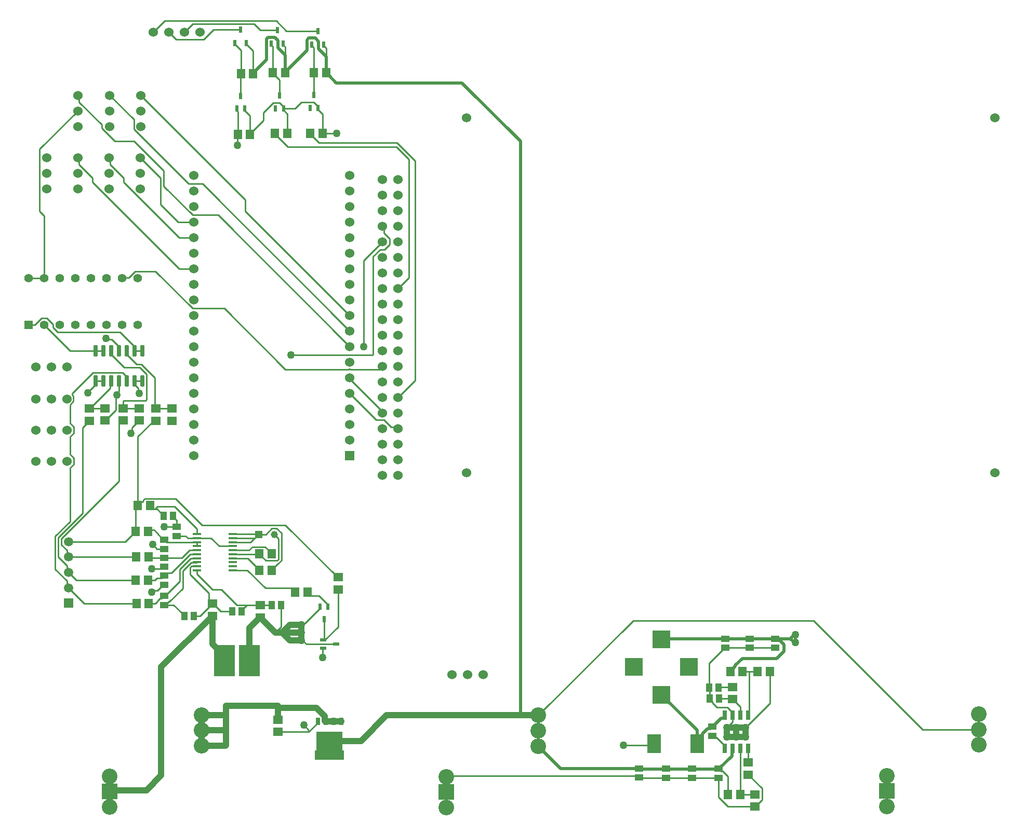
<source format=gtl>
G04*
G04 #@! TF.GenerationSoftware,Altium Limited,Altium Designer,22.10.1 (41)*
G04*
G04 Layer_Physical_Order=1*
G04 Layer_Color=255*
%FSLAX44Y44*%
%MOMM*%
G71*
G04*
G04 #@! TF.SameCoordinates,AEC8B882-0F2C-4FBA-8872-4E3C41141EBA*
G04*
G04*
G04 #@! TF.FilePolarity,Positive*
G04*
G01*
G75*
%ADD13C,0.2540*%
%ADD14R,0.6000X1.0500*%
%ADD15R,0.5000X1.0500*%
%ADD16R,1.4000X1.5000*%
%ADD17R,1.5000X1.4000*%
%ADD18R,4.2000X3.1000*%
%ADD19R,4.7000X1.5000*%
%ADD20R,0.7000X1.1500*%
%ADD21R,1.0500X0.5000*%
%ADD22R,1.4000X1.1000*%
%ADD23R,2.2000X3.1000*%
%ADD24R,3.0000X3.0000*%
%ADD25R,3.0000X3.0000*%
%ADD26R,3.5000X5.1000*%
G04:AMPARAMS|DCode=27|XSize=1.9mm|YSize=0.6mm|CornerRadius=0.075mm|HoleSize=0mm|Usage=FLASHONLY|Rotation=270.000|XOffset=0mm|YOffset=0mm|HoleType=Round|Shape=RoundedRectangle|*
%AMROUNDEDRECTD27*
21,1,1.9000,0.4500,0,0,270.0*
21,1,1.7500,0.6000,0,0,270.0*
1,1,0.1500,-0.2250,-0.8750*
1,1,0.1500,-0.2250,0.8750*
1,1,0.1500,0.2250,0.8750*
1,1,0.1500,0.2250,-0.8750*
%
%ADD27ROUNDEDRECTD27*%
%ADD28R,0.6500X1.5250*%
%ADD29R,1.1000X1.4000*%
%ADD30R,1.4750X0.4500*%
%ADD57R,1.1500X1.1500*%
%ADD58C,1.1500*%
%ADD60C,0.2540*%
%ADD61C,0.5080*%
%ADD62C,1.0000*%
%ADD63C,0.5000*%
%ADD64C,1.5240*%
%ADD65R,1.5300X1.5300*%
%ADD66C,1.5300*%
%ADD67C,2.5500*%
%ADD68R,2.5500X2.5500*%
%ADD69R,1.4000X1.4000*%
%ADD70C,1.4000*%
%ADD71C,1.5080*%
%ADD72R,1.5080X1.5080*%
%ADD73C,1.2700*%
D13*
X798001Y1026160D02*
G03*
X799659Y1026160I829J11430D01*
G01*
X343841Y968185D02*
G03*
X346749Y985035I-6021J9715D01*
G01*
X821690Y1062990D02*
Y1203960D01*
X852170Y1234440D01*
X835540Y1049118D02*
X837028Y1050606D01*
Y1210062D02*
X848706Y1221740D01*
X702993Y1049118D02*
X835540D01*
X837028Y1050606D02*
Y1210062D01*
X542563Y1277650D02*
X584170D01*
X798830Y1062990D01*
X848706Y1221740D02*
X855634D01*
X863600Y1229706D01*
Y1239174D01*
X854364Y1248410D02*
X863600Y1239174D01*
X852170Y1259840D02*
X854364Y1257645D01*
Y1248410D02*
Y1257645D01*
X847090Y1026160D02*
X852170Y1031240D01*
X799659Y1026160D02*
X847090D01*
X693366D02*
X798001D01*
X594276Y1125250D02*
X692622Y1026904D01*
X693366Y1026160D01*
X798830Y986790D02*
X842010Y943610D01*
X875376Y931834D02*
X877570Y929640D01*
X866140Y931834D02*
X875376D01*
X854364Y943610D02*
X866140Y931834D01*
X842010Y943610D02*
X854364D01*
X798830Y1010285D02*
X852170Y956945D01*
X798830Y1010285D02*
Y1012190D01*
X852170Y955040D02*
Y956945D01*
X1292150Y412750D02*
X1294690Y415290D01*
X1244600Y412750D02*
X1292150D01*
X293370Y1385570D02*
X355600Y1447800D01*
X293370Y1283802D02*
Y1385570D01*
Y1283802D02*
X300990Y1276182D01*
Y1174750D02*
Y1276182D01*
X275590Y1174750D02*
X300990D01*
X457200Y1371600D02*
X490220Y1338580D01*
X495300Y1324913D02*
X542563Y1277650D01*
X447071Y1397894D02*
X495300Y1349664D01*
X490220Y1295400D02*
Y1338580D01*
X416012Y1397894D02*
X447071D01*
X394453Y1419453D02*
X416012Y1397894D01*
X355600Y1473200D02*
X357794Y1471006D01*
Y1461770D02*
Y1471006D01*
Y1461770D02*
X394453Y1425112D01*
Y1419453D02*
Y1425112D01*
X495300Y1324913D02*
Y1349664D01*
X542563Y1125250D02*
X594276D01*
X447040Y1417666D02*
Y1433830D01*
Y1417666D02*
X536255Y1328450D01*
X558770D01*
X798830Y1088390D01*
X407670Y1473200D02*
X447040Y1433830D01*
X490220Y1295400D02*
X519430Y1266190D01*
X628644Y1283976D02*
X798830Y1113790D01*
X458470Y1473200D02*
X628644Y1303026D01*
Y1283976D02*
Y1303026D01*
X519430Y1266190D02*
X544830D01*
X521045Y1240790D02*
X544830D01*
X430648Y1331188D02*
X521045Y1240790D01*
X430648Y1331188D02*
Y1338117D01*
X408595Y1360170D02*
Y1369406D01*
Y1360170D02*
X430648Y1338117D01*
X406400Y1371600D02*
X408595Y1369406D01*
X521045Y1189990D02*
X544830D01*
X379848Y1331188D02*
Y1338117D01*
Y1331188D02*
X521045Y1189990D01*
X357794Y1360170D02*
X379848Y1338117D01*
X357794Y1360170D02*
Y1369406D01*
X355600Y1371600D02*
X357794Y1369406D01*
X895350Y1176020D02*
Y1369060D01*
X877570Y1158240D02*
X895350Y1176020D01*
X875030Y1389380D02*
X895350Y1369060D01*
X905510Y1008380D02*
Y1366084D01*
X877570Y980440D02*
X905510Y1008380D01*
X875864Y1395730D02*
X905510Y1366084D01*
X615950Y1391920D02*
Y1409380D01*
X616270Y1409700D02*
Y1446780D01*
X615950Y1409380D02*
X616270Y1409700D01*
X677070Y1410470D02*
X698160Y1389380D01*
X875030D01*
X749120Y1395730D02*
X875864D01*
X677070Y1410470D02*
Y1410970D01*
X734380Y1410470D02*
X749120Y1395730D01*
X754380Y1410970D02*
Y1442320D01*
X746910Y1449790D02*
X754380Y1442320D01*
X734380Y1410470D02*
Y1410970D01*
X448912Y1185560D02*
X482253D01*
X438800Y1175448D02*
X448912Y1185560D01*
X428688Y1175448D02*
X438800D01*
X427990Y1174750D02*
X428688Y1175448D01*
X482253Y1185560D02*
X542563Y1125250D01*
X403264Y1075016D02*
X411034D01*
X422910Y1056640D02*
Y1063140D01*
X411034Y1075016D02*
X422910Y1063140D01*
X401320Y1076960D02*
X403264Y1075016D01*
X315580Y1094072D02*
X322532Y1087120D01*
X424330D02*
X448310Y1063140D01*
X322532Y1087120D02*
X424330D01*
X453986Y988734D02*
X455930Y986790D01*
X315580Y1094072D02*
Y1099248D01*
X305468Y1109360D02*
X315580Y1099248D01*
X275590Y1098550D02*
X285702D01*
X296512Y1109360D01*
X305468D01*
X448310Y1056640D02*
Y1063140D01*
Y1056640D02*
X461010D01*
X458837Y1034346D02*
X481330Y1011853D01*
Y963930D02*
Y1011853D01*
X451404Y1034346D02*
X458837D01*
X342900Y1056640D02*
X384810D01*
X300990Y1098550D02*
X342900Y1056640D01*
X384810D02*
X397510D01*
X410210Y1050140D02*
X431083Y1029267D01*
X435610Y1050140D02*
X451404Y1034346D01*
X431083Y1029267D02*
X456732D01*
X1732210Y438220D02*
X1823860D01*
X496570Y769620D02*
X516650D01*
X516890Y769380D01*
X1554480Y615950D02*
X1732210Y438220D01*
X1260640Y615950D02*
X1554480D01*
X1106170Y461480D02*
X1260640Y615950D01*
X957910Y363220D02*
X1267445D01*
X956170Y361480D02*
X957910Y363220D01*
X641350Y1509260D02*
Y1545650D01*
X693260Y1538976D02*
Y1552160D01*
X760410Y1536596D02*
Y1549780D01*
X740410Y1473540D02*
Y1510030D01*
Y1550780D01*
X754380Y1410970D02*
X777240D01*
X737260Y1553930D02*
Y1556180D01*
X756260Y1553930D02*
Y1556180D01*
X630530Y1556470D02*
Y1558720D01*
X652886Y1579450D02*
X680720D01*
X695628Y1578180D02*
X746760D01*
X611530Y1556470D02*
Y1558720D01*
X621350Y1508760D02*
Y1546650D01*
X621030Y1472270D02*
Y1508440D01*
X621350Y1508760D01*
X611530Y1556470D02*
X621350Y1546650D01*
X642556Y1589780D02*
X652886Y1579450D01*
X543300Y1589780D02*
X642556D01*
X529590Y1576070D02*
X543300Y1589780D01*
X678948Y1594860D02*
X695628Y1578180D01*
X497580Y1594860D02*
X678948D01*
X478790Y1576070D02*
X497580Y1594860D01*
X673260Y1509530D02*
Y1510030D01*
Y1553160D01*
X671220Y1555200D02*
Y1557450D01*
Y1555200D02*
X673260Y1553160D01*
X690220Y1555200D02*
X693260Y1552160D01*
X690220Y1555200D02*
Y1557450D01*
X756260Y1553930D02*
X760410Y1549780D01*
X630530Y1556470D02*
X641350Y1545650D01*
X737260Y1553930D02*
X740410Y1550780D01*
X515620Y1564640D02*
X561138D01*
X504190Y1576070D02*
X515620Y1564640D01*
X577218Y1580720D02*
X621030D01*
X561138Y1564640D02*
X577218Y1580720D01*
X636270Y1410200D02*
X657901Y1431831D01*
X636270Y1409700D02*
Y1410200D01*
X673260Y1509530D02*
X684380Y1498410D01*
X657901Y1431831D02*
Y1444769D01*
X684380Y1472610D02*
Y1498410D01*
X684570Y1460670D02*
X690880Y1454360D01*
X673802Y1460670D02*
X684570D01*
X657901Y1444769D02*
X673802Y1460670D01*
X690880Y1451610D02*
Y1454360D01*
Y1451610D02*
X710054D01*
X690880Y1448860D02*
Y1451610D01*
Y1448860D02*
X697070Y1442670D01*
Y1410970D02*
Y1442670D01*
X614530Y1448520D02*
Y1451270D01*
Y1448520D02*
X616270Y1446780D01*
X627530Y1448520D02*
X636270Y1439780D01*
X627530Y1448520D02*
Y1451270D01*
X636270Y1410200D02*
Y1439780D01*
X710054Y1451610D02*
X720044Y1461600D01*
X740600D01*
X746910Y1455290D01*
Y1452540D02*
Y1455290D01*
Y1449790D02*
Y1452540D01*
X384810Y1007540D02*
X397510D01*
X476250Y662940D02*
X478194Y664884D01*
X485344D01*
X495070Y674610D01*
X496570D01*
X754380Y570420D02*
X755310Y571350D01*
X754380Y556260D02*
Y570420D01*
X731960Y434500D02*
Y437710D01*
X723900Y445770D02*
X731960Y437710D01*
Y434500D02*
X746760Y449300D01*
Y451550D01*
X681990Y434500D02*
X731960D01*
X514976Y815220D02*
X558036Y772160D01*
X462580Y811628D02*
Y812988D01*
X464812Y815220D01*
X558036Y772160D02*
X694030D01*
X464812Y815220D02*
X514976D01*
X461092Y810140D02*
X462580Y811628D01*
X453390Y804410D02*
X459120Y810140D01*
X479120Y797680D02*
X481150D01*
X485745Y802275D01*
X513553D02*
X549740Y766088D01*
X453390Y803910D02*
Y804410D01*
X694030Y772160D02*
X779280Y686910D01*
X459120Y810140D02*
X461092D01*
X481150Y797680D02*
X485260D01*
X485745Y802275D02*
X513553D01*
X453390Y804410D02*
Y916490D01*
Y803910D02*
Y804410D01*
X779280Y686910D02*
X779780D01*
X671680Y766480D02*
X679600D01*
X687400Y758680D01*
Y713988D02*
Y758680D01*
X755690Y584350D02*
X758060D01*
X755310D02*
X755690D01*
X779780Y606070D02*
Y666910D01*
X758060Y584350D02*
X779780Y606070D01*
X720090Y584200D02*
X721758D01*
X728108Y577850D02*
X776310D01*
X721758Y584200D02*
X728108Y577850D01*
X755690Y584350D02*
X756920Y585580D01*
Y618150D01*
X725564Y611544D02*
X750420Y636400D01*
Y639150D01*
X722034Y611544D02*
X725564D01*
X720090Y609600D02*
X722034Y611544D01*
X748610Y656710D02*
X763420Y641900D01*
X729930Y662440D02*
Y662940D01*
Y662440D02*
X735660Y656710D01*
X748610D01*
X763420Y639150D02*
Y641900D01*
X585840Y737460D02*
X608500D01*
X572840Y750460D02*
X585840Y737460D01*
X549740Y750460D02*
X572840D01*
X535308D02*
X549740D01*
X328840Y749391D02*
X423030Y843581D01*
X428760Y942500D02*
X429260D01*
X423030Y936770D02*
X428760Y942500D01*
X423030Y843581D02*
Y936770D01*
X323760Y751496D02*
X363220Y790956D01*
Y930910D01*
X318680Y700149D02*
X337791Y681038D01*
X323760Y720069D02*
X337791Y706038D01*
X328840Y739989D02*
X337791Y731038D01*
Y722089D02*
X340190Y719690D01*
X323760Y720069D02*
Y751496D01*
X342900Y777820D02*
Y865216D01*
X337791Y722089D02*
Y731038D01*
X318680Y753600D02*
X342900Y777820D01*
X318680Y700149D02*
Y753600D01*
X328840Y739989D02*
Y749391D01*
X342900Y887384D02*
Y916015D01*
Y938185D02*
Y967243D01*
X337791Y697089D02*
X340190Y694690D01*
X342900Y916015D02*
X349250Y922365D01*
Y931834D01*
X342900Y887384D02*
X349250Y881034D01*
Y871565D02*
Y881034D01*
X342900Y938185D02*
X349250Y931834D01*
X337791Y697089D02*
Y706038D01*
X342900Y865216D02*
X349250Y871565D01*
X337791Y672089D02*
Y681038D01*
Y672089D02*
X340190Y669690D01*
Y744690D02*
X432930D01*
X449740Y761500D01*
Y762000D01*
X363220Y930910D02*
X374650Y942340D01*
X342900Y967243D02*
X343644Y967987D01*
X346749Y986928D02*
X380671Y1020850D01*
X346749Y985876D02*
X346749Y986928D01*
X346749Y985876D02*
X346749Y985035D01*
X343644Y967987D02*
X343841Y968185D01*
X450450Y719690D02*
X450850Y720090D01*
X340190Y719690D02*
X450450D01*
X352890Y681990D02*
X449900D01*
X340190Y694690D02*
X352890Y681990D01*
X365990Y643890D02*
X451170D01*
X340190Y669690D02*
X365990Y643890D01*
X1444113Y441960D02*
X1483360Y481207D01*
X1443990Y441960D02*
X1444113D01*
X1483360Y481207D02*
Y533400D01*
X1411090Y571740D02*
X1492250D01*
X1409590D02*
X1411090D01*
X1384540Y546690D02*
X1409590Y571740D01*
X1384540Y506730D02*
Y546690D01*
X1410970Y571620D02*
X1411090Y571740D01*
X1451135Y533400D02*
X1463360D01*
X1438910D02*
X1451135D01*
X1449720Y463830D02*
Y531985D01*
X1451135Y533400D01*
X1447800Y461910D02*
X1449720Y463830D01*
X1400570Y488950D02*
X1421450D01*
X1422400Y488000D01*
X1422900D01*
X1435100Y332900D02*
Y407670D01*
X1271255Y359410D02*
X1399540D01*
Y328252D02*
X1415052Y312740D01*
X1399540Y328252D02*
Y359410D01*
X1415052Y312740D02*
X1459230D01*
X1459730D01*
X1470540Y323550D01*
Y342250D01*
X1448300Y364490D02*
X1470540Y342250D01*
X1447800Y364490D02*
X1448300D01*
X1434940Y332740D02*
X1459230D01*
X1406658Y370180D02*
X1414940Y361898D01*
X1399540Y374410D02*
X1403770Y370180D01*
X1414940Y332740D02*
Y361898D01*
X1403770Y370180D02*
X1406658D01*
X1434940Y332740D02*
X1435100Y332900D01*
X1447800Y384490D02*
Y407670D01*
X1422400Y450850D02*
Y461910D01*
X1413510Y441960D02*
X1422400Y450850D01*
X1385570Y488950D02*
Y505700D01*
X1384540Y506730D02*
X1385570Y505700D01*
X1389800Y481832D02*
Y484720D01*
Y481832D02*
X1397313Y474319D01*
X1414367D01*
X1385570Y488950D02*
X1389800Y484720D01*
X1414367Y474319D02*
X1422400Y466285D01*
Y461910D02*
Y466285D01*
X1422900Y488000D02*
X1435100Y475800D01*
Y461910D02*
Y475800D01*
X1400040Y507365D02*
X1421765D01*
X1422400Y508000D01*
X1399540Y506730D02*
Y506865D01*
X1400040Y507365D01*
X686830Y606000D02*
Y641350D01*
X677730Y596900D02*
X686830Y606000D01*
X443904Y923964D02*
Y931134D01*
X441960Y922020D02*
X443904Y923964D01*
X455430Y942660D02*
X455930D01*
X443904Y931134D02*
X455430Y942660D01*
X481330Y962500D02*
X509110D01*
X509270Y962340D01*
X480830Y943930D02*
X481330D01*
X453390Y916490D02*
X480830Y943930D01*
X455770Y962500D02*
X455930Y962660D01*
X429260Y962500D02*
X455770D01*
X417950Y983100D02*
X419100Y984250D01*
X400050Y942500D02*
X400550D01*
X417950Y959900D01*
Y983100D01*
X375150Y962340D02*
X399890D01*
X374650D02*
X375150D01*
X399890D02*
X400050Y962500D01*
X1267445Y363220D02*
X1270635Y360030D01*
X422910Y990809D02*
Y1007540D01*
X419100Y986999D02*
X422910Y990809D01*
X419100Y984250D02*
Y986999D01*
X1396515Y425230D02*
X1409700Y412045D01*
X1392380Y425230D02*
X1396515D01*
X1389380Y428230D02*
X1392380Y425230D01*
X1409700Y407670D02*
Y412045D01*
X1270635Y360030D02*
X1271255Y359410D01*
X511690Y641590D02*
X523980Y629300D01*
X525480D01*
X529710Y625070D01*
X554650Y623570D02*
X574810Y643730D01*
X652780Y641350D02*
X671830D01*
X372110Y988340D02*
X384810Y1001040D01*
Y1007540D01*
X372110Y988060D02*
Y988340D01*
X453986Y988734D02*
Y995364D01*
X448310Y1001040D02*
Y1007540D01*
Y1001040D02*
X453986Y995364D01*
X467820Y976848D02*
Y1018179D01*
X429260Y963770D02*
Y973872D01*
X466332Y975360D02*
X467820Y976848D01*
X429260Y973872D02*
X430748Y975360D01*
X466332D01*
X456732Y1029267D02*
X467820Y1018179D01*
X448310Y1007540D02*
X461010D01*
X380671Y1020850D02*
X428800D01*
X408480Y995670D02*
Y1005810D01*
X375150Y962340D02*
X408480Y995670D01*
Y1005810D02*
X410210Y1007540D01*
X428800Y1020850D02*
X435610Y1014040D01*
Y1007540D02*
Y1014040D01*
X410210Y1050140D02*
Y1056640D01*
X435610Y1050140D02*
Y1056640D01*
X449740Y800260D02*
X453390Y803910D01*
X449740Y762000D02*
Y800260D01*
X484900Y733030D02*
X496570D01*
X477520Y740410D02*
X484900Y733030D01*
X650240Y756920D02*
X662120D01*
X671680Y766480D01*
X682192Y708780D02*
X687400Y713988D01*
X681450Y708780D02*
X682192D01*
X671670Y699000D02*
X681450Y708780D01*
X671670Y698500D02*
Y699000D01*
X682320Y716092D02*
Y750080D01*
X675640Y756760D02*
Y756920D01*
Y756760D02*
X682320Y750080D01*
X662320Y713860D02*
X680088D01*
X682320Y716092D01*
X661112Y669170D02*
X704200D01*
X608500Y698460D02*
X631822D01*
X661112Y669170D01*
X704200D02*
X709930Y663440D01*
Y662940D02*
Y663440D01*
X489810Y793130D02*
X491310D01*
X485260Y797680D02*
X489810Y793130D01*
X491310D02*
X495540Y788900D01*
Y787400D02*
Y788900D01*
X549740Y756960D02*
Y766088D01*
X510540Y785900D02*
Y787400D01*
X516890Y769380D02*
Y779550D01*
X510540Y785900D02*
X516890Y779550D01*
X476250Y701040D02*
X493790D01*
X496570Y703820D01*
X521543Y680063D02*
Y699645D01*
X498070Y656590D02*
X521543Y680063D01*
X608500Y717960D02*
X632710D01*
X651670Y699000D01*
Y698500D02*
Y699000D01*
X651510Y724670D02*
Y725170D01*
Y724670D02*
X662320Y713860D01*
X608500Y730960D02*
X634673D01*
X640192Y736480D01*
X660700D01*
X671510Y725670D01*
Y725170D02*
Y725670D01*
X650800Y724460D02*
X651510Y725170D01*
X608500Y724460D02*
X650800D01*
X643780Y750460D02*
X650240Y756920D01*
X637280Y743960D02*
X643780Y750460D01*
X608500Y743960D02*
X637280D01*
X498070Y641590D02*
X511690D01*
X496570D02*
X498070D01*
X529710Y623570D02*
Y625070D01*
X549300Y711020D02*
X549740Y711460D01*
X540103Y711020D02*
X549300D01*
X526623Y697541D02*
X540103Y711020D01*
X505148Y647280D02*
X526623Y668755D01*
X503760Y647280D02*
X505148D01*
X539418Y717520D02*
X549300D01*
X498070Y641590D02*
X503760Y647280D01*
X521543Y699645D02*
X539418Y717520D01*
X526623Y668755D02*
Y697541D01*
X650200Y756960D02*
X650240Y756920D01*
X608500Y756960D02*
X650200D01*
X608500Y750460D02*
X643780D01*
X473390Y803410D02*
Y803910D01*
Y803410D02*
X479120Y797680D01*
X516890Y754380D02*
X531387D01*
X535308Y750460D01*
X575310Y643730D02*
X575810D01*
X574810D02*
X575310D01*
X544710Y623570D02*
X554650D01*
X630840Y641350D02*
X652780D01*
X614908D02*
X630840D01*
X549740Y692400D02*
Y698460D01*
Y692400D02*
X575265Y666875D01*
X589383D01*
X614908Y641350D01*
X622180Y632690D02*
X630840Y641350D01*
X622180Y631190D02*
Y632690D01*
X575810Y643730D02*
X588350Y631190D01*
X607180D01*
X538555Y691137D02*
X569080Y660612D01*
X538555Y691137D02*
Y702288D01*
X569080Y649460D02*
Y660612D01*
X549300Y704520D02*
X549740Y704960D01*
X540787Y704520D02*
X549300D01*
X538555Y702288D02*
X540787Y704520D01*
X569080Y649460D02*
X574810Y643730D01*
X549300Y717520D02*
X549740Y717960D01*
X496570Y656590D02*
X498070D01*
X489452Y652360D02*
X492340D01*
X496570Y656590D01*
X471170Y643890D02*
X481980D01*
X484986Y646896D01*
Y647894D01*
X489452Y652360D01*
X496570Y689610D02*
X500800Y693840D01*
X507878D01*
X538498Y724460D01*
X549740D01*
X481540Y681990D02*
X484930Y685380D01*
X469900Y681990D02*
X481540D01*
X484930Y685380D02*
X492340D01*
X496570Y689610D01*
Y718820D02*
X513080D01*
X468630Y764540D02*
X479440D01*
X474030Y638810D02*
Y639310D01*
X537513Y730960D02*
X549740D01*
X513080Y718820D02*
X525373D01*
X537513Y730960D01*
X471010Y718820D02*
X496570D01*
X549740Y737460D02*
Y743960D01*
X500640D02*
X549740D01*
X496570Y748030D02*
X500640Y743960D01*
X495070Y748030D02*
X496570D01*
X485140Y757960D02*
X495070Y748030D01*
X485140Y757960D02*
Y758840D01*
X479440Y764540D02*
X485140Y758840D01*
D14*
X611530Y1558720D02*
D03*
X630530D02*
D03*
X621030Y1580720D02*
D03*
X671220Y1557450D02*
D03*
X690220D02*
D03*
X680720Y1579450D02*
D03*
X737260Y1556180D02*
D03*
X756260D02*
D03*
X746760Y1578180D02*
D03*
D15*
X684380Y1472610D02*
D03*
X690880Y1451610D02*
D03*
X677880D02*
D03*
X621030Y1472270D02*
D03*
X627530Y1451270D02*
D03*
X614530D02*
D03*
X740410Y1473540D02*
D03*
X746910Y1452540D02*
D03*
X733910D02*
D03*
X756920Y618150D02*
D03*
X750420Y639150D02*
D03*
X763420D02*
D03*
D16*
X616270Y1409700D02*
D03*
X636270D02*
D03*
X677070Y1410970D02*
D03*
X697070D02*
D03*
X734380D02*
D03*
X754380D02*
D03*
X693260Y1510030D02*
D03*
X673260D02*
D03*
X760410D02*
D03*
X740410D02*
D03*
X641350Y1508760D02*
D03*
X621350D02*
D03*
X449740Y762000D02*
D03*
X469740D02*
D03*
X453390Y803910D02*
D03*
X473390D02*
D03*
X729930Y662940D02*
D03*
X709930D02*
D03*
X671670Y698500D02*
D03*
X651670D02*
D03*
X1438910Y533400D02*
D03*
X1418910D02*
D03*
X1483360D02*
D03*
X1463360D02*
D03*
X1434940Y332740D02*
D03*
X1414940D02*
D03*
X651510Y725170D02*
D03*
X671510D02*
D03*
X450850Y720090D02*
D03*
X470850D02*
D03*
X449900Y681990D02*
D03*
X469900D02*
D03*
X451170Y643890D02*
D03*
X471170D02*
D03*
D17*
X429260Y942500D02*
D03*
Y962500D02*
D03*
X779780Y666910D02*
D03*
Y686910D02*
D03*
X1422400Y488000D02*
D03*
Y508000D02*
D03*
X575310Y623730D02*
D03*
X681990Y454500D02*
D03*
X652780Y621350D02*
D03*
Y641350D02*
D03*
X681990Y434500D02*
D03*
X1447800Y364490D02*
D03*
Y384490D02*
D03*
X1459230Y312740D02*
D03*
Y332740D02*
D03*
X575310Y643730D02*
D03*
X509270Y942340D02*
D03*
Y962340D02*
D03*
X482600D02*
D03*
Y942340D02*
D03*
X455930Y942660D02*
D03*
Y962660D02*
D03*
X400050Y962500D02*
D03*
Y942500D02*
D03*
X374650Y962340D02*
D03*
Y942340D02*
D03*
D18*
X765810Y419800D02*
D03*
D19*
Y396800D02*
D03*
D20*
X746760Y451550D02*
D03*
X759460D02*
D03*
X772160D02*
D03*
X784860D02*
D03*
D21*
X776310Y577850D02*
D03*
X755310Y571350D02*
D03*
Y584350D02*
D03*
D22*
X1410970Y571620D02*
D03*
Y586620D02*
D03*
X1270635Y360030D02*
D03*
Y375030D02*
D03*
X1389380Y443230D02*
D03*
Y428230D02*
D03*
X496570Y674610D02*
D03*
Y641590D02*
D03*
X1492250Y586740D02*
D03*
Y571740D02*
D03*
X1450340Y586620D02*
D03*
Y571620D02*
D03*
X1399540Y374410D02*
D03*
Y359410D02*
D03*
X1356360Y374650D02*
D03*
Y359650D02*
D03*
X1314450Y374650D02*
D03*
Y359650D02*
D03*
X516890Y769380D02*
D03*
Y754380D02*
D03*
X496570Y748030D02*
D03*
Y733030D02*
D03*
Y718820D02*
D03*
Y703820D02*
D03*
Y689610D02*
D03*
Y656590D02*
D03*
D23*
X1294690Y415290D02*
D03*
X1364690D02*
D03*
D24*
X1306830Y495300D02*
D03*
Y585300D02*
D03*
D25*
X1351830Y540300D02*
D03*
X1261830D02*
D03*
D26*
X594360Y551180D02*
D03*
X635460D02*
D03*
D27*
X461010Y1007540D02*
D03*
X448310D02*
D03*
X435610D02*
D03*
X422910D02*
D03*
X410210D02*
D03*
X397510D02*
D03*
X384810D02*
D03*
Y1056640D02*
D03*
X397510D02*
D03*
X410210D02*
D03*
X422910D02*
D03*
X435610D02*
D03*
X448310D02*
D03*
X461010D02*
D03*
D28*
X1409700Y407670D02*
D03*
X1422400D02*
D03*
X1435100D02*
D03*
X1447800D02*
D03*
Y461910D02*
D03*
X1435100D02*
D03*
X1422400D02*
D03*
X1409700D02*
D03*
D29*
X607180Y631190D02*
D03*
X622180D02*
D03*
X1400570Y488950D02*
D03*
X1385570D02*
D03*
X1399540Y506730D02*
D03*
X1384540D02*
D03*
X495540Y787400D02*
D03*
X510540D02*
D03*
X671830Y641350D02*
D03*
X686830D02*
D03*
X529710Y623570D02*
D03*
X544710D02*
D03*
D30*
X549740Y756960D02*
D03*
Y750460D02*
D03*
Y743960D02*
D03*
Y737460D02*
D03*
Y730960D02*
D03*
Y724460D02*
D03*
Y717960D02*
D03*
Y711460D02*
D03*
Y704960D02*
D03*
Y698460D02*
D03*
X608500D02*
D03*
Y704960D02*
D03*
Y711460D02*
D03*
Y717960D02*
D03*
Y724460D02*
D03*
Y730960D02*
D03*
Y737460D02*
D03*
Y743960D02*
D03*
Y750460D02*
D03*
Y756960D02*
D03*
D57*
X650240Y756920D02*
D03*
D58*
X675640D02*
D03*
D60*
X346749Y985876D02*
D03*
X343644Y967987D02*
D03*
D61*
X765370Y1505070D02*
X776920Y1493520D01*
X760410Y1509530D02*
X764870Y1505070D01*
X765370D01*
X760410Y1509530D02*
Y1510030D01*
X776920Y1493520D02*
X981710D01*
X1076960Y461480D02*
Y1398270D01*
X981710Y1493520D02*
X1076960Y1398270D01*
X693260Y1510530D02*
Y1538976D01*
Y1510030D02*
Y1510530D01*
X663140Y1531050D02*
Y1564804D01*
X666116Y1567780D01*
X641350Y1509260D02*
X663140Y1531050D01*
X666116Y1567780D02*
X676324D01*
X681616Y1562488D01*
Y1550620D02*
X693260Y1538976D01*
X681616Y1550620D02*
Y1562488D01*
X641350Y1508760D02*
Y1509260D01*
X693260Y1510530D02*
X729180Y1546450D01*
Y1563534D01*
X732156Y1566510D01*
X742364D01*
X748180Y1548826D02*
Y1560694D01*
Y1548826D02*
X760410Y1536596D01*
X742364Y1566510D02*
X748180Y1560694D01*
X760410Y1510030D02*
Y1536596D01*
D62*
X858990Y461480D02*
X1076960D01*
X1106170D01*
X765810Y419800D02*
X817310D01*
X858990Y461480D01*
X765810Y396800D02*
Y419800D01*
X772160Y451550D02*
X784860D01*
X759460D02*
X772160D01*
X597090Y476840D02*
X681990D01*
X757960Y452300D02*
X758710Y451550D01*
X744196Y474027D02*
X757960Y460263D01*
X758710Y451550D02*
X759460D01*
X757960Y452300D02*
Y460263D01*
X681990Y474027D02*
X744196D01*
X681990Y454500D02*
Y474027D01*
X677730Y596900D02*
X688340D01*
X701040Y584200D02*
X720090D01*
X688340Y596900D02*
X701040Y584200D01*
X688340Y596900D02*
X720090D01*
X688340D02*
X701040Y609600D01*
X720090D01*
Y596900D02*
Y609600D01*
Y584200D02*
Y596900D01*
X595820Y462280D02*
X597090Y463550D01*
Y437280D02*
Y463550D01*
Y412750D02*
Y437280D01*
X557530Y437280D02*
X597090D01*
X597090Y437280D01*
X557530Y462280D02*
X595820D01*
X597090Y463550D02*
Y476840D01*
X1413510Y426720D02*
Y441960D01*
X1428750Y426720D02*
Y441960D01*
X1443990D01*
X1428750Y426720D02*
X1443990D01*
Y441960D01*
X1413510D02*
X1428750D01*
X1413510Y426720D02*
X1428750D01*
X652780Y621350D02*
X653280D01*
X677730Y596900D01*
X635460Y551180D02*
Y604530D01*
X652280Y621350D01*
X652780D01*
X575310Y578230D02*
X594360Y559180D01*
X575310Y578230D02*
Y623730D01*
X594360Y551180D02*
Y559180D01*
X467360Y339090D02*
X491653Y363383D01*
X409340Y339090D02*
X467360D01*
X407530Y337280D02*
X409340Y339090D01*
X407530Y337280D02*
Y362280D01*
X491653Y363383D02*
Y540573D01*
X407530Y312280D02*
Y337280D01*
X557530Y412280D02*
X596620D01*
X597090Y412750D01*
X557530Y437280D02*
Y462280D01*
Y412280D02*
Y437280D01*
X574810Y623730D02*
X575310D01*
X491653Y540573D02*
X574810Y623730D01*
D63*
X1516836Y586740D02*
X1523186Y593090D01*
X1308270Y586740D02*
X1492250D01*
X1523186Y593090D02*
X1525270D01*
Y580390D02*
Y593090D01*
X1523186Y580390D02*
X1525270D01*
X1516836Y586740D02*
X1523186Y580390D01*
X1492250Y586740D02*
X1495250Y583740D01*
X1492250Y586740D02*
X1516836D01*
X1495250Y583740D02*
X1499878D01*
X1271460Y374205D02*
X1398715D01*
X1438417Y554535D02*
X1494673D01*
X1426870Y542988D02*
X1438417Y554535D01*
X1426870Y541860D02*
Y542988D01*
X1418910Y533900D02*
X1426870Y541860D01*
X1418910Y533400D02*
Y533900D01*
X1506220Y566082D02*
Y577398D01*
X1494673Y554535D02*
X1506220Y566082D01*
X1499878Y583740D02*
X1506220Y577398D01*
X1306830Y585300D02*
X1308270Y586740D01*
X1306830Y495300D02*
X1364690Y437440D01*
Y415290D02*
Y437440D01*
X1386380Y440230D02*
X1389380Y443230D01*
X1381752Y440230D02*
X1386380D01*
X1373190Y431668D02*
X1381752Y440230D01*
X1373190Y423790D02*
Y431668D01*
X1364690Y415290D02*
X1373190Y423790D01*
X1390880Y443230D02*
X1404435Y456785D01*
X1408950D01*
X1409700Y457535D01*
X1421650Y406920D02*
X1422400Y407670D01*
X1401040Y374410D02*
X1421650Y395020D01*
Y406920D01*
X1106170Y411480D02*
X1142620Y375030D01*
X1270635D01*
X1409700Y457535D02*
Y461910D01*
X1389380Y443230D02*
X1390880D01*
X1399540Y374410D02*
X1401040D01*
X1270635Y375030D02*
X1271460Y374205D01*
D64*
X1850390Y857250D02*
D03*
X989330D02*
D03*
X1850390Y1436370D02*
D03*
X989330D02*
D03*
X355600Y1320800D02*
D03*
Y1346200D02*
D03*
Y1371600D02*
D03*
Y1422400D02*
D03*
Y1447800D02*
D03*
Y1473200D02*
D03*
X406400Y1320800D02*
D03*
Y1346200D02*
D03*
Y1371600D02*
D03*
X457200Y1320800D02*
D03*
Y1346200D02*
D03*
Y1371600D02*
D03*
X407670Y1422400D02*
D03*
Y1447800D02*
D03*
Y1473200D02*
D03*
X458470Y1422400D02*
D03*
Y1447800D02*
D03*
Y1473200D02*
D03*
X965200Y528320D02*
D03*
X287020Y1029970D02*
D03*
X304800Y1371600D02*
D03*
Y1346200D02*
D03*
Y1320800D02*
D03*
X990600Y528320D02*
D03*
X1016000D02*
D03*
X312420Y1029970D02*
D03*
X337820D02*
D03*
X478790Y1576070D02*
D03*
X504190D02*
D03*
X529590D02*
D03*
X554990D02*
D03*
X877570Y1336040D02*
D03*
Y1310640D02*
D03*
Y1285240D02*
D03*
Y1259840D02*
D03*
Y1234440D02*
D03*
X852170Y878840D02*
D03*
Y853440D02*
D03*
Y1336040D02*
D03*
Y1310640D02*
D03*
Y1285240D02*
D03*
Y1259840D02*
D03*
Y1234440D02*
D03*
X877570Y853440D02*
D03*
X852170Y904240D02*
D03*
Y929640D02*
D03*
Y955040D02*
D03*
Y980440D02*
D03*
Y1005840D02*
D03*
Y1031240D02*
D03*
Y1056640D02*
D03*
Y1082040D02*
D03*
Y1107440D02*
D03*
Y1132840D02*
D03*
Y1158240D02*
D03*
Y1183640D02*
D03*
Y1209040D02*
D03*
X877570D02*
D03*
Y1183640D02*
D03*
Y1158240D02*
D03*
Y1132840D02*
D03*
Y1107440D02*
D03*
Y1082040D02*
D03*
Y1056640D02*
D03*
Y1031240D02*
D03*
Y1005840D02*
D03*
Y980440D02*
D03*
Y955040D02*
D03*
Y929640D02*
D03*
Y904240D02*
D03*
Y878840D02*
D03*
X337820Y977900D02*
D03*
X312420D02*
D03*
X287020D02*
D03*
X337820Y927100D02*
D03*
X312420D02*
D03*
X287020D02*
D03*
X337820Y876300D02*
D03*
X312420D02*
D03*
X287020D02*
D03*
D65*
X798830Y885190D02*
D03*
D66*
Y910590D02*
D03*
Y935990D02*
D03*
Y961390D02*
D03*
Y986790D02*
D03*
Y1012190D02*
D03*
Y1037590D02*
D03*
Y1062990D02*
D03*
Y1088390D02*
D03*
Y1113790D02*
D03*
Y1139190D02*
D03*
Y1164590D02*
D03*
Y1189990D02*
D03*
Y1215390D02*
D03*
Y1240790D02*
D03*
Y1266190D02*
D03*
Y1291590D02*
D03*
Y1316990D02*
D03*
Y1342390D02*
D03*
X544830D02*
D03*
Y1316990D02*
D03*
Y1291590D02*
D03*
Y1266190D02*
D03*
Y1240790D02*
D03*
Y1215390D02*
D03*
Y1189990D02*
D03*
Y1164590D02*
D03*
Y1139190D02*
D03*
Y1113790D02*
D03*
Y1088390D02*
D03*
Y1062990D02*
D03*
Y1037590D02*
D03*
Y1012190D02*
D03*
Y986790D02*
D03*
Y961390D02*
D03*
Y935990D02*
D03*
Y910590D02*
D03*
Y885190D02*
D03*
D67*
X1823860Y463220D02*
D03*
Y413220D02*
D03*
Y438220D02*
D03*
X1673860Y363220D02*
D03*
Y313220D02*
D03*
X1106170Y461480D02*
D03*
Y411480D02*
D03*
Y436480D02*
D03*
X956170Y361480D02*
D03*
Y311480D02*
D03*
X407530Y312280D02*
D03*
Y362280D02*
D03*
X557530Y437280D02*
D03*
Y412280D02*
D03*
Y462280D02*
D03*
D68*
X1673860Y338220D02*
D03*
X956170Y336480D02*
D03*
X407530Y337280D02*
D03*
D69*
X275590Y1098550D02*
D03*
D70*
X300990D02*
D03*
X326390D02*
D03*
X351790D02*
D03*
X377190D02*
D03*
X402590D02*
D03*
X427990D02*
D03*
X453390D02*
D03*
X427990Y1174750D02*
D03*
X402590D02*
D03*
X377190D02*
D03*
X351790D02*
D03*
X326390D02*
D03*
X300990D02*
D03*
X275590D02*
D03*
X453390D02*
D03*
D71*
X340190Y694690D02*
D03*
Y719690D02*
D03*
Y669690D02*
D03*
Y744690D02*
D03*
D72*
Y644690D02*
D03*
D73*
X702993Y1049118D02*
D03*
X821690Y1062990D02*
D03*
X1244600Y412750D02*
D03*
X615950Y1391920D02*
D03*
X401320Y1076960D02*
D03*
X455930Y986790D02*
D03*
X496570Y769620D02*
D03*
X1525270Y593090D02*
D03*
X777240Y1410970D02*
D03*
X1525270Y580390D02*
D03*
X476250Y662940D02*
D03*
X723900Y445770D02*
D03*
X754380Y556260D02*
D03*
X720090Y584200D02*
D03*
Y596900D02*
D03*
Y609600D02*
D03*
X1443990Y441960D02*
D03*
Y426720D02*
D03*
X1428750Y441960D02*
D03*
Y426720D02*
D03*
X1413510Y441960D02*
D03*
Y426720D02*
D03*
X441960Y922020D02*
D03*
X419100Y984250D02*
D03*
X372110Y988060D02*
D03*
X477520Y740410D02*
D03*
X476250Y701040D02*
D03*
M02*

</source>
